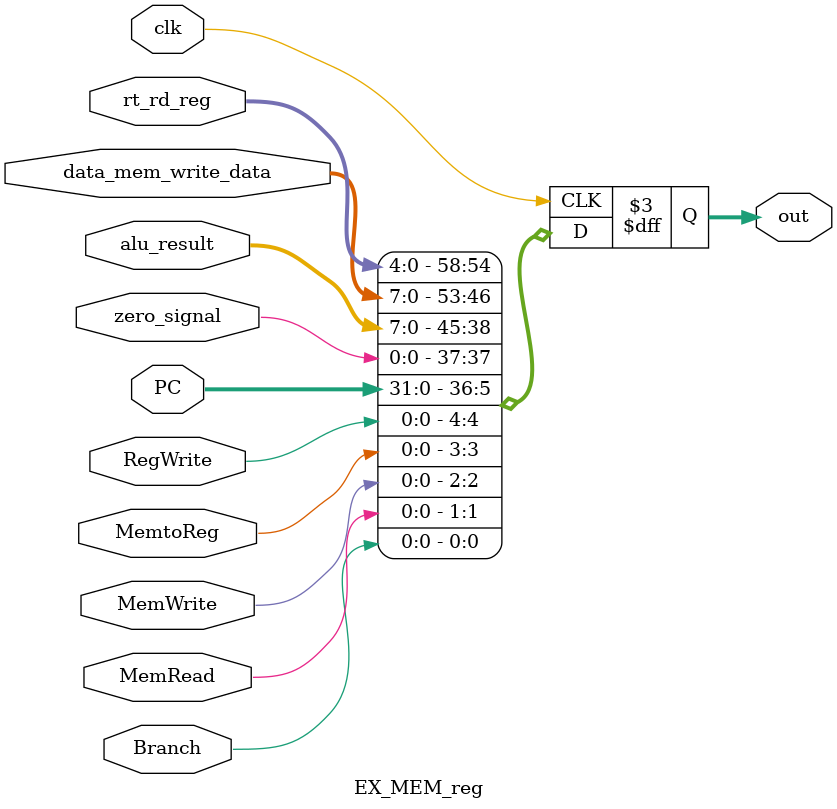
<source format=v>
`timescale 1ns / 1ps

module EX_MEM_reg(
    input clk,
    input Branch,
    input MemRead,
    input MemWrite,
    input MemtoReg,
    input RegWrite,
    input [31:0] PC,
    input zero_signal,
    input [7:0] alu_result,
    input [7:0] data_mem_write_data,    // data to be written to data mem
    input [4:0] rt_rd_reg,
    output reg [58:0] out
    );
    

    initial begin
    #2
        out = 0;
    end
    
    always @ (posedge clk) begin
        #2
        out = {
                rt_rd_reg,
                data_mem_write_data,
                alu_result,
                zero_signal,
                PC,
                RegWrite,
                MemtoReg,
                MemWrite,
                MemRead,
                Branch
                };
    end
endmodule

</source>
